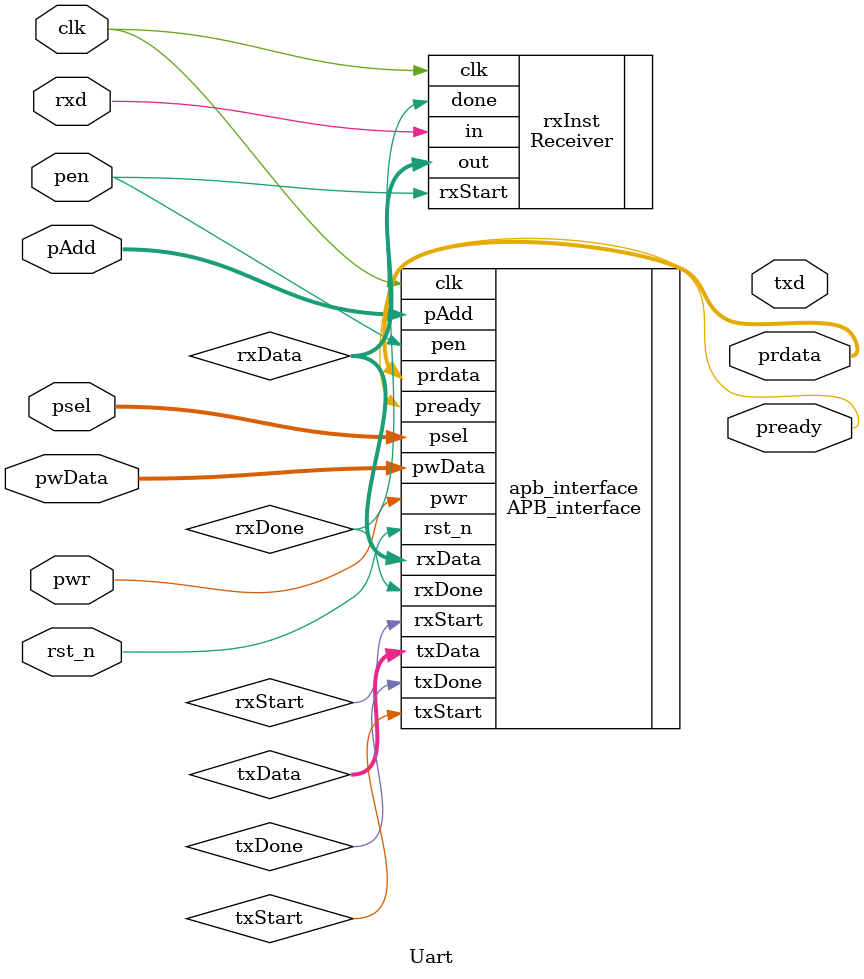
<source format=v>
/*
 * Simple 8-bit UART realization.
 * Combine receiver, transmitter and baud rate generator.
 * Able to operate 8 bits of serial data, one start bit, one stop bit.
 */
 
module Uart#(
    parameter CLOCK_RATE = 100000000, // board internal clock
    parameter BAUD_RATE = 9600
)(
    input wire clk,
    input wire[31:0] pAdd,      //Is not used
    input wire[31:0] pwData,
    input wire rst_n,
    input wire pwr,
    input wire[1:0] psel,       //If psel == 2'b10 then UART is choose
    input wire pen,
    input wire rxd,
    output wire[31:0] prdata,
    output wire pready,
    output reg txd
);
wire txStart, rxStart, rxDone, txDone, tx_data_out, busy;
wire [7:0] txData, rxData;


// remaining busy, err, parity_err, parity_en
Receiver rxInst (.clk(clk), .rxStart(pen), .done(rxDone), .out(rxData), .in(rxd)); 

//remaining busy
/*transmitter txInst (.tx_clk(clk), .rst_n(rst_n), .tx_start(txStart), .tx_enable(pen), .tx_data_in(txData),
                   .done(txDone), .busy(busy), .tx_data_out(tx_data_out));*/

APB_interface apb_interface(.pAdd(pAdd), .pwData(pwData), .psel(psel), .pen(pen), .pwr(pwr), .rst_n(rst_n),
                            .clk(clk), .prdata(prdata), .pready(pready), .txStart(txStart), .txData(txData),
                            .rxData(rxData), .txDone(txDone), .rxDone(rxDone), .rxStart(rxStart));
endmodule

</source>
